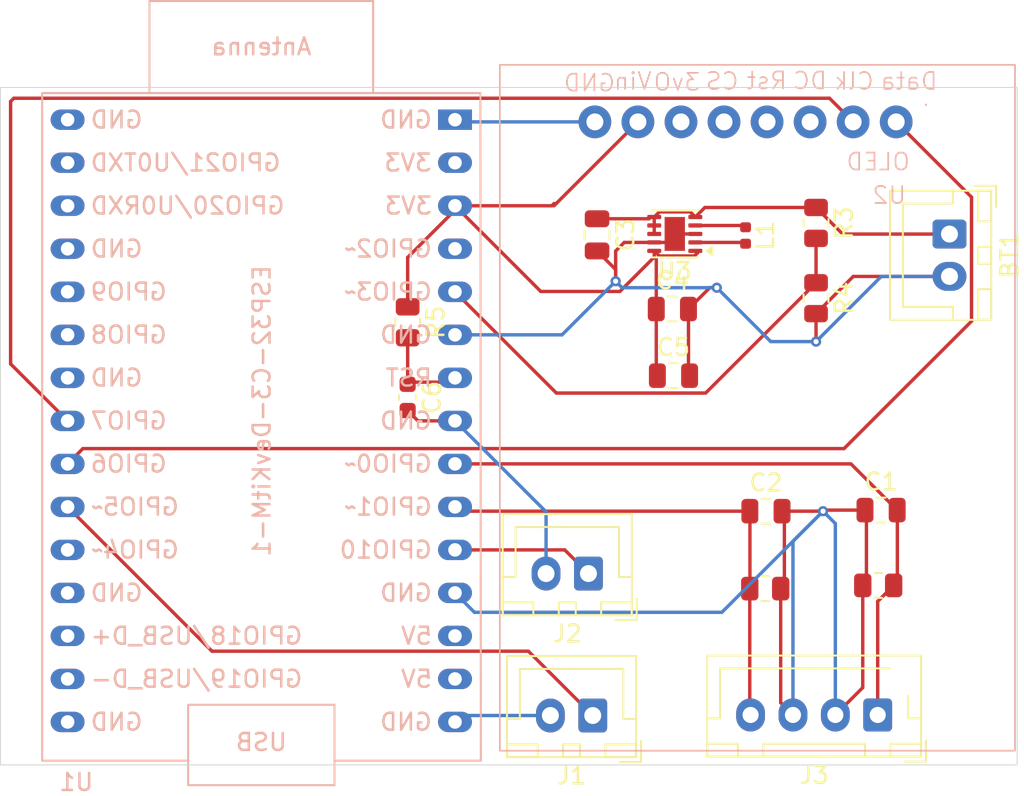
<source format=kicad_pcb>
(kicad_pcb (version 20241229) (generator "pcbnew") (generator_version "9.0")
  (layers (0 "F.Cu" signal) (2 "B.Cu" signal) (13 "F.Paste" user) (15 "B.Paste" user) (5 "F.SilkS" user "F.Silkscreen") (7 "B.SilkS" user "B.Silkscreen") (1 "F.Mask" user) (3 "B.Mask" user) (25 "Edge.Cuts" user))
  (net 0 "")
  (net 1 "Net-(U1-RST)")
  (net 2 "ADC_2")
  (net 4 "ADC_1")
  (net 5 "5V")
  (net 7 "+3.3V")
  (net 8 "ADC_BAT")
  (net 11 "BTN-S")
  (net 13 "BTN-M")
  (net 18 "5V_1")
  (net 19 "SCL")
  (net 21 "SDA")
  (net 24 "Net-(U3-L1)")
  (net 25 "Net-(U3-L2)")
  (net 26 "GND")
  (net 27 "+BATT")
  (footprint "Capacitor_SMD:C_0805_2012Metric" (layer "F.Cu") (at 122.5525 95.5675)
    (property "Reference" "C1" (at 0 -1.68 0) (layer "F.SilkS"))
    (property "Value" "1uF")
    (fp_line (start -0.261252 -0.735) (end 0.261252 -0.735) (stroke (width 0.12)) (layer "F.SilkS"))
    (fp_line (start -0.261252 0.735) (end 0.261252 0.735) (stroke (width 0.12)) (layer "F.SilkS"))
    (pad "1" smd roundrect (at -0.95 0) (size 1 1.45) (layers "F.Cu" "F.Mask" "F.Paste") (net 26 "GND"))
    (pad "2" smd roundrect (at 0.95 0) (size 1 1.45) (layers "F.Cu" "F.Mask" "F.Paste") (net 2 "ADC_2"))
  )
  (footprint "Resistor_SMD:R_0805_2012Metric" (layer "F.Cu") (at 118.714 83.05462 -90)
    (property "Reference" "R4" (at 0 -1.65 90) (layer "F.SilkS"))
    (property "Value" "100K")
    (fp_line (start -0.227064 0.735) (end 0.227064 0.735) (stroke (width 0.12)) (layer "F.SilkS"))
    (fp_line (start -0.227064 -0.735) (end 0.227064 -0.735) (stroke (width 0.12)) (layer "F.SilkS"))
    (pad "1" smd roundrect (at -0.9125 0 270) (size 1.025 1.4) (layers "F.Cu" "F.Mask" "F.Paste") (roundrect_rratio 0.243902) (net 8 "ADC_BAT"))
    (pad "2" smd roundrect (at 0.9125 0 270) (size 1.025 1.4) (layers "F.Cu" "F.Mask" "F.Paste") (roundrect_rratio 0.243902) (net 26 "GND"))
  )
  (footprint "Resistor_SMD:R_0805_2012Metric" (layer "F.Cu") (at 118.714 78.60962 -90)
    (property "Reference" "R3" (at 0 -1.65 90) (layer "F.SilkS"))
    (property "Value" "200k")
    (fp_line (start -0.227064 0.735) (end 0.227064 0.735) (stroke (width 0.12)) (layer "F.SilkS"))
    (fp_line (start -0.227064 -0.735) (end 0.227064 -0.735) (stroke (width 0.12)) (layer "F.SilkS"))
    (pad "1" smd roundrect (at -0.9125 0 270) (size 1.025 1.4) (layers "F.Cu" "F.Mask" "F.Paste") (roundrect_rratio 0.243902) (net 27 "+BATT"))
    (pad "2" smd roundrect (at 0.9125 0 270) (size 1.025 1.4) (layers "F.Cu" "F.Mask" "F.Paste") (roundrect_rratio 0.243902) (net 8 "ADC_BAT"))
  )
  (footprint "Capacitor_SMD:C_0805_2012Metric" (layer "F.Cu") (at 105.791 79.314 -90)
    (property "Reference" "C3" (at 0 -1.68 90) (layer "F.SilkS"))
    (property "Value" "4.7uF")
    (fp_line (start -0.261252 0.735) (end 0.261252 0.735) (stroke (width 0.12)) (layer "F.SilkS"))
    (fp_line (start -0.261252 -0.735) (end 0.261252 -0.735) (stroke (width 0.12)) (layer "F.SilkS"))
    (pad "1" smd roundrect (at -0.95 0 270) (size 1 1.45) (layers "F.Cu" "F.Mask" "F.Paste") (net 27 "+BATT"))
    (pad "2" smd roundrect (at 0.95 0 270) (size 1 1.45) (layers "F.Cu" "F.Mask" "F.Paste") (net 26 "GND"))
  )
  (footprint "Connector_JST:JST_XH_B2B-XH-A_1x02_P2.50mm_Vertical" (layer "F.Cu") (at 105.537 107.696 180)
    (property "Reference" "J1" (at 1.25 -3.55 0) (layer "F.SilkS"))
    (property "Value" "Conn_01x02_Socket")
    (fp_line (start 5.06 3.51) (end 5.06 -2.46) (stroke (width 0.12)) (layer "F.SilkS"))
    (fp_line (start 5.06 -2.46) (end -2.56 -2.46) (stroke (width 0.12)) (layer "F.SilkS"))
    (fp_line (start 5.05 -0.2) (end 4.3 -0.2) (stroke (width 0.12)) (layer "F.SilkS"))
    (fp_line (start 5.05 -1.7) (end 5.05 -2.45) (stroke (width 0.12)) (layer "F.SilkS"))
    (fp_line (start 5.05 -2.45) (end 3.25 -2.45) (stroke (width 0.12)) (layer "F.SilkS"))
    (fp_line (start 4.3 2.75) (end 1.25 2.75) (stroke (width 0.12)) (layer "F.SilkS"))
    (fp_line (start 4.3 -0.2) (end 4.3 2.75) (stroke (width 0.12)) (layer "F.SilkS"))
    (fp_line (start 3.25 -1.7) (end 5.05 -1.7) (stroke (width 0.12)) (layer "F.SilkS"))
    (fp_line (start 3.25 -2.45) (end 3.25 -1.7) (stroke (width 0.12)) (layer "F.SilkS"))
    (fp_line (start 1.75 -1.7) (end 1.75 -2.45) (stroke (width 0.12)) (layer "F.SilkS"))
    (fp_line (start 1.75 -2.45) (end 0.75 -2.45) (stroke (width 0.12)) (layer "F.SilkS"))
    (fp_line (start 0.75 -1.7) (end 1.75 -1.7) (stroke (width 0.12)) (layer "F.SilkS"))
    (fp_line (start 0.75 -2.45) (end 0.75 -1.7) (stroke (width 0.12)) (layer "F.SilkS"))
    (fp_line (start -0.75 -1.7) (end -0.75 -2.45) (stroke (width 0.12)) (layer "F.SilkS"))
    (fp_line (start -0.75 -2.45) (end -2.55 -2.45) (stroke (width 0.12)) (layer "F.SilkS"))
    (fp_line (start -1.6 -2.75) (end -2.85 -2.75) (stroke (width 0.12)) (layer "F.SilkS"))
    (fp_line (start -1.8 2.75) (end 1.25 2.75) (stroke (width 0.12)) (layer "F.SilkS"))
    (fp_line (start -1.8 -0.2) (end -1.8 2.75) (stroke (width 0.12)) (layer "F.SilkS"))
    (fp_line (start -2.55 -0.2) (end -1.8 -0.2) (stroke (width 0.12)) (layer "F.SilkS"))
    (fp_line (start -2.55 -1.7) (end -0.75 -1.7) (stroke (width 0.12)) (layer "F.SilkS"))
    (fp_line (start -2.55 -2.45) (end -2.55 -1.7) (stroke (width 0.12)) (layer "F.SilkS"))
    (fp_line (start -2.56 3.51) (end 5.06 3.51) (stroke (width 0.12)) (layer "F.SilkS"))
    (fp_line (start -2.56 -2.46) (end -2.56 3.51) (stroke (width 0.12)) (layer "F.SilkS"))
    (fp_line (start -2.85 -2.75) (end -2.85 -1.5) (stroke (width 0.12)) (layer "F.SilkS"))
    (pad "1" thru_hole roundrect (at 0 0 180) (size 1.7 2) (drill 1) (layers "*.Cu" "*.Mask") (roundrect_rratio 0.147059) (net 13 "BTN-M"))
    (pad "2" thru_hole oval (at 2.5 0 180) (size 1.7 2) (drill 1) (layers "*.Cu" "*.Mask") (net 26 "GND"))
  )
  (footprint "Connector_JST:JST_XH_B4B-XH-AM_1x04_P2.50mm_Vertical" (layer "F.Cu") (at 122.352 107.664 180)
    (property "Reference" "J3" (at 3.75 -3.55 0) (layer "F.SilkS"))
    (property "Value" "Conn_01x04_Socket")
    (fp_line (start 10.06 3.51) (end 10.06 -2.46) (stroke (width 0.12)) (layer "F.SilkS"))
    (fp_line (start 10.06 -2.46) (end -2.56 -2.46) (stroke (width 0.12)) (layer "F.SilkS"))
    (fp_line (start 10.05 -0.2) (end 9.3 -0.2) (stroke (width 0.12)) (layer "F.SilkS"))
    (fp_line (start 10.05 -1.7) (end 10.05 -2.45) (stroke (width 0.12)) (layer "F.SilkS"))
    (fp_line (start 10.05 -2.45) (end 8.25 -2.45) (stroke (width 0.12)) (layer "F.SilkS"))
    (fp_line (start 9.3 2.75) (end 3.75 2.75) (stroke (width 0.12)) (layer "F.SilkS"))
    (fp_line (start 9.3 -0.2) (end 9.3 2.75) (stroke (width 0.12)) (layer "F.SilkS"))
    (fp_line (start 8.25 -1.7) (end 10.05 -1.7) (stroke (width 0.12)) (layer "F.SilkS"))
    (fp_line (start 8.25 -2.45) (end 8.25 -1.7) (stroke (width 0.12)) (layer "F.SilkS"))
    (fp_line (start 6.75 -1.7) (end 6.75 -2.45) (stroke (width 0.12)) (layer "F.SilkS"))
    (fp_line (start 6.75 -2.45) (end 0.75 -2.45) (stroke (width 0.12)) (layer "F.SilkS"))
    (fp_line (start 3.75 2.75) (end -0.74 2.75) (stroke (width 0.12)) (layer "F.SilkS"))
    (fp_line (start 0.75 -1.7) (end 6.75 -1.7) (stroke (width 0.12)) (layer "F.SilkS"))
    (fp_line (start 0.75 -2.45) (end 0.75 -1.7) (stroke (width 0.12)) (layer "F.SilkS"))
    (fp_line (start -0.75 -1.7) (end -0.75 -2.45) (stroke (width 0.12)) (layer "F.SilkS"))
    (fp_line (start -0.75 -2.45) (end -2.55 -2.45) (stroke (width 0.12)) (layer "F.SilkS"))
    (fp_line (start -1.6 -2.75) (end -2.85 -2.75) (stroke (width 0.12)) (layer "F.SilkS"))
    (fp_line (start -1.8 -0.2) (end -1.8 1.14) (stroke (width 0.12)) (layer "F.SilkS"))
    (fp_line (start -2.55 -0.2) (end -1.8 -0.2) (stroke (width 0.12)) (layer "F.SilkS"))
    (fp_line (start -2.55 -1.7) (end -0.75 -1.7) (stroke (width 0.12)) (layer "F.SilkS"))
    (fp_line (start -2.55 -2.45) (end -2.55 -1.7) (stroke (width 0.12)) (layer "F.SilkS"))
    (fp_line (start -2.56 3.51) (end 10.06 3.51) (stroke (width 0.12)) (layer "F.SilkS"))
    (fp_line (start -2.56 -2.46) (end -2.56 3.51) (stroke (width 0.12)) (layer "F.SilkS"))
    (fp_line (start -2.85 -2.75) (end -2.85 -1.5) (stroke (width 0.12)) (layer "F.SilkS"))
    (pad "" np_thru_hole circle (at -1.6 2 180) (size 1.2 1.2) (drill 1.2) (layers "*.Cu" "*.Mask"))
    (pad "1" thru_hole roundrect (at 0 0 180) (size 1.7 1.95) (drill 0.95) (layers "*.Cu" "*.Mask") (roundrect_rratio 0.147059) (net 2 "ADC_2"))
    (pad "2" thru_hole oval (at 2.5 0 180) (size 1.7 1.95) (drill 0.95) (layers "*.Cu" "*.Mask") (net 26 "GND"))
    (pad "3" thru_hole oval (at 5 0 180) (size 1.7 1.95) (drill 0.95) (layers "*.Cu" "*.Mask") (net 26 "GND"))
    (pad "4" thru_hole oval (at 7.5 0 180) (size 1.7 1.95) (drill 0.95) (layers "*.Cu" "*.Mask") (net 4 "ADC_1"))
  )
  (footprint "Capacitor_SMD:C_0805_2012Metric" (layer "F.Cu") (at 110.236 83.693)
    (property "Reference" "C4" (at 0 -1.68 0) (layer "F.SilkS"))
    (property "Value" "10uF")
    (fp_line (start -0.261252 -0.735) (end 0.261252 -0.735) (stroke (width 0.12)) (layer "F.SilkS"))
    (fp_line (start -0.261252 0.735) (end 0.261252 0.735) (stroke (width 0.12)) (layer "F.SilkS"))
    (pad "1" smd roundrect (at -0.95 0) (size 1 1.45) (layers "F.Cu" "F.Mask" "F.Paste") (net 7 "+3.3V"))
    (pad "2" smd roundrect (at 0.95 0) (size 1 1.45) (layers "F.Cu" "F.Mask" "F.Paste") (net 26 "GND"))
  )
  (footprint "Capacitor_SMD:C_0805_2012Metric" (layer "F.Cu") (at 115.758 95.631)
    (property "Reference" "C2" (at 0 -1.68 0) (layer "F.SilkS"))
    (property "Value" "1uF")
    (fp_line (start -0.261252 -0.735) (end 0.261252 -0.735) (stroke (width 0.12)) (layer "F.SilkS"))
    (fp_line (start -0.261252 0.735) (end 0.261252 0.735) (stroke (width 0.12)) (layer "F.SilkS"))
    (pad "1" smd roundrect (at -0.95 0) (size 1 1.45) (layers "F.Cu" "F.Mask" "F.Paste") (net 4 "ADC_1"))
    (pad "2" smd roundrect (at 0.95 0) (size 1 1.45) (layers "F.Cu" "F.Mask" "F.Paste") (net 26 "GND"))
  )
  (footprint "Resistor_SMD:R_0805_2012Metric" (layer "F.Cu") (at 122.383 100.0125)
    (property "Reference" "R1" (hide yes))
    (property "Value" "10K")
    (fp_line (start -0.227064 -0.735) (end 0.227064 -0.735) (stroke (width 0.12)) (layer "F.SilkS"))
    (fp_line (start -0.227064 0.735) (end 0.227064 0.735) (stroke (width 0.12)) (layer "F.SilkS"))
    (pad "1" smd roundrect (at -0.9125 0) (size 1.025 1.4) (layers "F.Cu" "F.Mask" "F.Paste") (roundrect_rratio 0.243902) (net 26 "GND"))
    (pad "2" smd roundrect (at 0.9125 0) (size 1.025 1.4) (layers "F.Cu" "F.Mask" "F.Paste") (roundrect_rratio 0.243902) (net 2 "ADC_2"))
  )
  (footprint "Connector_JST:JST_XH_B2B-XH-A_1x02_P2.50mm_Vertical" (layer "F.Cu") (at 105.283 99.314 180)
    (property "Reference" "J2" (at 1.25 -3.55 0) (layer "F.SilkS"))
    (property "Value" "Conn_01x02_Socket")
    (fp_line (start 5.06 3.51) (end 5.06 -2.46) (stroke (width 0.12)) (layer "F.SilkS"))
    (fp_line (start 5.06 -2.46) (end -2.56 -2.46) (stroke (width 0.12)) (layer "F.SilkS"))
    (fp_line (start 5.05 -0.2) (end 4.3 -0.2) (stroke (width 0.12)) (layer "F.SilkS"))
    (fp_line (start 5.05 -1.7) (end 5.05 -2.45) (stroke (width 0.12)) (layer "F.SilkS"))
    (fp_line (start 5.05 -2.45) (end 3.25 -2.45) (stroke (width 0.12)) (layer "F.SilkS"))
    (fp_line (start 4.3 2.75) (end 1.25 2.75) (stroke (width 0.12)) (layer "F.SilkS"))
    (fp_line (start 4.3 -0.2) (end 4.3 2.75) (stroke (width 0.12)) (layer "F.SilkS"))
    (fp_line (start 3.25 -1.7) (end 5.05 -1.7) (stroke (width 0.12)) (layer "F.SilkS"))
    (fp_line (start 3.25 -2.45) (end 3.25 -1.7) (stroke (width 0.12)) (layer "F.SilkS"))
    (fp_line (start 1.75 -1.7) (end 1.75 -2.45) (stroke (width 0.12)) (layer "F.SilkS"))
    (fp_line (start 1.75 -2.45) (end 0.75 -2.45) (stroke (width 0.12)) (layer "F.SilkS"))
    (fp_line (start 0.75 -1.7) (end 1.75 -1.7) (stroke (width 0.12)) (layer "F.SilkS"))
    (fp_line (start 0.75 -2.45) (end 0.75 -1.7) (stroke (width 0.12)) (layer "F.SilkS"))
    (fp_line (start -0.75 -1.7) (end -0.75 -2.45) (stroke (width 0.12)) (layer "F.SilkS"))
    (fp_line (start -0.75 -2.45) (end -2.55 -2.45) (stroke (width 0.12)) (layer "F.SilkS"))
    (fp_line (start -1.6 -2.75) (end -2.85 -2.75) (stroke (width 0.12)) (layer "F.SilkS"))
    (fp_line (start -1.8 2.75) (end 1.25 2.75) (stroke (width 0.12)) (layer "F.SilkS"))
    (fp_line (start -1.8 -0.2) (end -1.8 2.75) (stroke (width 0.12)) (layer "F.SilkS"))
    (fp_line (start -2.55 -0.2) (end -1.8 -0.2) (stroke (width 0.12)) (layer "F.SilkS"))
    (fp_line (start -2.55 -1.7) (end -0.75 -1.7) (stroke (width 0.12)) (layer "F.SilkS"))
    (fp_line (start -2.55 -2.45) (end -2.55 -1.7) (stroke (width 0.12)) (layer "F.SilkS"))
    (fp_line (start -2.56 3.51) (end 5.06 3.51) (stroke (width 0.12)) (layer "F.SilkS"))
    (fp_line (start -2.56 -2.46) (end -2.56 3.51) (stroke (width 0.12)) (layer "F.SilkS"))
    (fp_line (start -2.85 -2.75) (end -2.85 -1.5) (stroke (width 0.12)) (layer "F.SilkS"))
    (pad "1" thru_hole roundrect (at 0 0 180) (size 1.7 2) (drill 1) (layers "*.Cu" "*.Mask") (roundrect_rratio 0.147059) (net 11 "BTN-S"))
    (pad "2" thru_hole oval (at 2.5 0 180) (size 1.7 2) (drill 1) (layers "*.Cu" "*.Mask") (net 26 "GND"))
  )
  (footprint "Resistor_SMD:R_0805_2012Metric" (layer "F.Cu") (at 94.615 84.4785 -90)
    (property "Reference" "R5" (at 0 -1.65 270) (layer "F.SilkS"))
    (property "Value" "10k")
    (fp_line (start -0.227064 0.735) (end 0.227064 0.735) (stroke (width 0.12)) (layer "F.SilkS"))
    (fp_line (start -0.227064 -0.735) (end 0.227064 -0.735) (stroke (width 0.12)) (layer "F.SilkS"))
    (pad "1" smd roundrect (at -0.9125 0 270) (size 1.025 1.4) (layers "F.Cu" "F.Mask" "F.Paste") (roundrect_rratio 0.243902) (net 7 "+3.3V"))
    (pad "2" smd roundrect (at 0.9125 0 270) (size 1.025 1.4) (layers "F.Cu" "F.Mask" "F.Paste") (roundrect_rratio 0.243902) (net 1 "Net-(U1-RST)"))
  )
  (footprint "Inductor_SMD:L_0402_1005Metric" (layer "F.Cu") (at 114.554 79.352 -90)
    (property "Reference" "L1" (at 0 -1.17 90) (layer "F.SilkS"))
    (property "Value" "1.5uH")
    (pad "1" smd roundrect (at -0.485 0 270) (size 0.59 0.64) (layers "F.Cu" "F.Mask" "F.Paste") (net 24 "Net-(U3-L1)"))
    (pad "2" smd roundrect (at 0.485 0 270) (size 0.59 0.64) (layers "F.Cu" "F.Mask" "F.Paste") (net 25 "Net-(U3-L2)"))
  )
  (footprint "Package_SON:WSON-10-1EP_2.5x2.5mm_P0.5mm_EP1.2x2mm" (layer "F.Cu") (at 110.378 79.26012 180)
    (property "Reference" "U3" (at 0 -2.2 0) (layer "F.SilkS"))
    (property "Value" "TPS63031DSK")
    (fp_line (start 1.36 1.385) (end -1.36 1.385) (stroke (width 0.12)) (layer "F.SilkS"))
    (fp_line (start -1.36 -1.385) (end 1.36 -1.385) (stroke (width 0.12)) (layer "F.SilkS"))
    (fp_poly (pts (xy -1.89 -1) (xy -2.22 -0.76) (xy -2.22 -1.24)) (stroke (width 0.12)) (fill yes) (layer "F.SilkS"))
    (pad "1" smd roundrect (at -1.2125 -1 180) (size 0.825 0.25) (layers "F.Cu" "F.Mask" "F.Paste") (net 7 "+3.3V"))
    (pad "2" smd roundrect (at -1.2125 -0.5 180) (size 0.825 0.25) (layers "F.Cu" "F.Mask" "F.Paste") (net 25 "Net-(U3-L2)"))
    (pad "3" smd roundrect (at -1.2125 0 180) (size 0.825 0.25) (layers "F.Cu" "F.Mask" "F.Paste") (net 26 "GND"))
    (pad "4" smd roundrect (at -1.2125 0.5 180) (size 0.825 0.25) (layers "F.Cu" "F.Mask" "F.Paste") (net 24 "Net-(U3-L1)"))
    (pad "5" smd roundrect (at -1.2125 1 180) (size 0.825 0.25) (layers "F.Cu" "F.Mask" "F.Paste") (net 27 "+BATT"))
    (pad "6" smd roundrect (at 1.2125 1 180) (size 0.825 0.25) (layers "F.Cu" "F.Mask" "F.Paste") (net 27 "+BATT"))
    (pad "7" smd roundrect (at 1.2125 0.5 180) (size 0.825 0.25) (layers "F.Cu" "F.Mask" "F.Paste") (net 27 "+BATT"))
    (pad "8" smd roundrect (at 1.2125 0 180) (size 0.825 0.25) (layers "F.Cu" "F.Mask" "F.Paste") (net 27 "+BATT"))
    (pad "9" smd roundrect (at 1.2125 -0.5 180) (size 0.825 0.25) (layers "F.Cu" "F.Mask" "F.Paste") (net 26 "GND"))
    (pad "10" smd roundrect (at 1.2125 -1 180) (size 0.825 0.25) (layers "F.Cu" "F.Mask" "F.Paste") (net 7 "+3.3V"))
    (pad "11" smd rect (at 0 0 180) (size 1.2 2) (property pad_prop_heatsink) (layers "F.Cu" "F.Mask") (net 26 "GND"))
  )
  (footprint "Connector_JST:JST_XH_B2B-XH-A_1x02_P2.50mm_Vertical" (layer "F.Cu") (at 126.588 79.26812 -90)
    (property "Reference" "BT1" (at 1.25 -3.55 90) (layer "F.SilkS"))
    (property "Value" "Battery")
    (fp_line (start -2.56 3.51) (end 5.06 3.51) (stroke (width 0.12)) (layer "F.SilkS"))
    (fp_line (start 5.06 3.51) (end 5.06 -2.46) (stroke (width 0.12)) (layer "F.SilkS"))
    (fp_line (start -1.8 2.75) (end 1.25 2.75) (stroke (width 0.12)) (layer "F.SilkS"))
    (fp_line (start 4.3 2.75) (end 1.25 2.75) (stroke (width 0.12)) (layer "F.SilkS"))
    (fp_line (start -2.55 -0.2) (end -1.8 -0.2) (stroke (width 0.12)) (layer "F.SilkS"))
    (fp_line (start -1.8 -0.2) (end -1.8 2.75) (stroke (width 0.12)) (layer "F.SilkS"))
    (fp_line (start 4.3 -0.2) (end 4.3 2.75) (stroke (width 0.12)) (layer "F.SilkS"))
    (fp_line (start 5.05 -0.2) (end 4.3 -0.2) (stroke (width 0.12)) (layer "F.SilkS"))
    (fp_line (start -2.55 -1.7) (end -0.75 -1.7) (stroke (width 0.12)) (layer "F.SilkS"))
    (fp_line (start -0.75 -1.7) (end -0.75 -2.45) (stroke (width 0.12)) (layer "F.SilkS"))
    (fp_line (start 0.75 -1.7) (end 1.75 -1.7) (stroke (width 0.12)) (layer "F.SilkS"))
    (fp_line (start 1.75 -1.7) (end 1.75 -2.45) (stroke (width 0.12)) (layer "F.SilkS"))
    (fp_line (start 3.25 -1.7) (end 5.05 -1.7) (stroke (width 0.12)) (layer "F.SilkS"))
    (fp_line (start 5.05 -1.7) (end 5.05 -2.45) (stroke (width 0.12)) (layer "F.SilkS"))
    (fp_line (start -2.55 -2.45) (end -2.55 -1.7) (stroke (width 0.12)) (layer "F.SilkS"))
    (fp_line (start -0.75 -2.45) (end -2.55 -2.45) (stroke (width 0.12)) (layer "F.SilkS"))
    (fp_line (start 0.75 -2.45) (end 0.75 -1.7) (stroke (width 0.12)) (layer "F.SilkS"))
    (fp_line (start 1.75 -2.45) (end 0.75 -2.45) (stroke (width 0.12)) (layer "F.SilkS"))
    (fp_line (start 3.25 -2.45) (end 3.25 -1.7) (stroke (width 0.12)) (layer "F.SilkS"))
    (fp_line (start 5.05 -2.45) (end 3.25 -2.45) (stroke (width 0.12)) (layer "F.SilkS"))
    (fp_line (start -2.56 -2.46) (end -2.56 3.51) (stroke (width 0.12)) (layer "F.SilkS"))
    (fp_line (start 5.06 -2.46) (end -2.56 -2.46) (stroke (width 0.12)) (layer "F.SilkS"))
    (fp_line (start -2.85 -2.75) (end -2.85 -1.5) (stroke (width 0.12)) (layer "F.SilkS"))
    (fp_line (start -1.6 -2.75) (end -2.85 -2.75) (stroke (width 0.12)) (layer "F.SilkS"))
    (pad "1" thru_hole roundrect (at 0 0 270) (size 1.7 2) (drill 1) (layers "*.Cu" "*.Mask") (roundrect_rratio 0.147059) (net 27 "+BATT"))
    (pad "2" thru_hole oval (at 2.5 0 270) (size 1.7 2) (drill 1) (layers "*.Cu" "*.Mask") (net 26 "GND"))
  )
  (footprint "Resistor_SMD:R_0805_2012Metric" (layer "F.Cu") (at 115.7155 100.203)
    (property "Reference" "R2" (hide yes))
    (property "Value" "10K")
    (fp_line (start -0.227064 -0.735) (end 0.227064 -0.735) (stroke (width 0.12)) (layer "F.SilkS"))
    (fp_line (start -0.227064 0.735) (end 0.227064 0.735) (stroke (width 0.12)) (layer "F.SilkS"))
    (pad "1" smd roundrect (at -0.9125 0) (size 1.025 1.4) (layers "F.Cu" "F.Mask" "F.Paste") (roundrect_rratio 0.243902) (net 4 "ADC_1"))
    (pad "2" smd roundrect (at 0.9125 0) (size 1.025 1.4) (layers "F.Cu" "F.Mask" "F.Paste") (roundrect_rratio 0.243902) (net 26 "GND"))
  )
  (footprint "Capacitor_SMD:C_0603_1608Metric" (layer "F.Cu") (at 94.615 88.913 -90)
    (property "Reference" "C6" (at 0 -1.43 90) (layer "F.SilkS"))
    (property "Value" "10uF")
    (fp_line (start -0.14058 0.51) (end 0.14058 0.51) (stroke (width 0.12)) (layer "F.SilkS"))
    (fp_line (start -0.14058 -0.51) (end 0.14058 -0.51) (stroke (width 0.12)) (layer "F.SilkS"))
    (pad "1" smd roundrect (at -0.775 0 270) (size 0.9 0.95) (layers "F.Cu" "F.Mask" "F.Paste") (net 1 "Net-(U1-RST)"))
    (pad "2" smd roundrect (at 0.775 0 270) (size 0.9 0.95) (layers "F.Cu" "F.Mask" "F.Paste") (net 26 "GND"))
  )
  (footprint "Capacitor_SMD:C_0805_2012Metric" (layer "F.Cu") (at 110.302 87.63)
    (property "Reference" "C5" (at 0 -1.68 0) (layer "F.SilkS"))
    (property "Value" "10uF")
    (fp_line (start -0.261252 -0.735) (end 0.261252 -0.735) (stroke (width 0.12)) (layer "F.SilkS"))
    (fp_line (start -0.261252 0.735) (end 0.261252 0.735) (stroke (width 0.12)) (layer "F.SilkS"))
    (pad "1" smd roundrect (at -0.95 0) (size 1 1.45) (layers "F.Cu" "F.Mask" "F.Paste") (net 7 "+3.3V"))
    (pad "2" smd roundrect (at 0.95 0) (size 1 1.45) (layers "F.Cu" "F.Mask" "F.Paste") (net 26 "GND"))
  )
  (footprint "1_Ivans_Library:128x128_OLED" (layer "B.Cu") (at 123.444 72.644 180)
    (property "Reference" "U2" (at 0.41 -4.33 0) (layer "B.SilkS") (effects (font (thickness 0.1)) (justify mirror)))
    (property "Value" "~")
    (fp_rect (start -1.7654 1.0254) (end -1.74 1) (stroke (width 0.1)) (fill no) (layer "B.SilkS"))
    (fp_rect (start -7.01 3.37) (end 23.39 -37.13) (stroke (width 0.1)) (fill no) (layer "B.SilkS"))
    (fp_text user "Clk" (at 1.25 1.82 0) (layer "B.SilkS") (effects (font (thickness 0.1)) (justify left bottom mirror)))
    (fp_text user "Vin" (at 14.36 1.82 0) (layer "B.SilkS") (effects (font (thickness 0.1)) (justify left bottom mirror)))
    (fp_text user "CS" (at 9.23 1.82 0) (layer "B.SilkS") (effects (font (thickness 0.1)) (justify left bottom mirror)))
    (fp_text user "3vO" (at 11.49 1.77 0) (layer "B.SilkS") (effects (font (thickness 0.1)) (justify left bottom mirror)))
    (fp_text user "Rst" (at 6.38 1.85 0) (layer "B.SilkS") (effects (font (thickness 0.1)) (justify left bottom mirror)))
    (fp_text user "DC" (at 4.02 1.85 0) (layer "B.SilkS") (effects (font (thickness 0.1)) (justify left bottom mirror)))
    (fp_text user "Data" (at -2.51 1.82 0) (layer "B.SilkS") (effects (font (thickness 0.1)) (justify left bottom mirror)))
    (fp_text user "OLED" (at -0.88 -2.94 0) (layer "B.SilkS") (effects (font (thickness 0.1)) (justify left bottom mirror)))
    (fp_text user "GND" (at 16.51 1.72 0) (layer "B.SilkS") (effects (font (thickness 0.1)) (justify left bottom mirror)))
    (pad "1" thru_hole circle (at 0 0 90) (size 1.9304 1.9304) (drill 1) (layers "*.Cu" "*.Mask") (net 21 "SDA"))
    (pad "2" thru_hole circle (at 2.54 0 90) (size 1.9304 1.9304) (drill 1) (layers "*.Cu" "*.Mask") (net 19 "SCL"))
    (pad "3" thru_hole circle (at 5.08 0 90) (size 1.9304 1.9304) (drill 1) (layers "*.Cu" "*.Mask"))
    (pad "4" thru_hole circle (at 7.62 0 90) (size 1.9304 1.9304) (drill 1) (layers "*.Cu" "*.Mask"))
    (pad "5" thru_hole circle (at 10.16 0 90) (size 1.9304 1.9304) (drill 1) (layers "*.Cu" "*.Mask"))
    (pad "6" thru_hole circle (at 12.7 0 90) (size 1.9304 1.9304) (drill 1) (layers "*.Cu" "*.Mask"))
    (pad "7" thru_hole circle (at 15.24 0 90) (size 1.9304 1.9304) (drill 1) (layers "*.Cu" "*.Mask") (net 7 "+3.3V"))
    (pad "8" thru_hole circle (at 17.78 0 90) (size 1.9304 1.9304) (drill 1) (layers "*.Cu" "*.Mask") (net 26 "GND"))
  )
  (footprint "PCM_Espressif:ESP32-C3-DevKitM-1" (layer "B.Cu") (at 97.409 72.517 180)
    (property "Reference" "U1" (at 22.352 -39.116 0) (layer "B.SilkS") (effects (justify mirror)))
    (property "Value" "ESP32-C3-DevKitM-1" (at 11.4 -17.2 90) (layer "B.SilkS") (effects (justify mirror)))
    (fp_line (start 24.36 1.575) (end -1.5 1.575) (stroke (width 0.12)) (layer "B.SilkS"))
    (fp_line (start 24.359999 -37.846) (end 24.36 1.575) (stroke (width 0.12)) (layer "B.SilkS"))
    (fp_line (start 24.359999 -37.846) (end 15.748 -37.846) (stroke (width 0.12)) (layer "B.SilkS"))
    (fp_line (start 18.03 7.0104) (end 18.03 1.6104) (stroke (width 0.12)) (layer "B.SilkS"))
    (fp_line (start 4.83 7.0104) (end 18.03 7.0104) (stroke (width 0.12)) (layer "B.SilkS"))
    (fp_line (start 4.83 1.6104) (end 4.83 7.0104) (stroke (width 0.12)) (layer "B.SilkS"))
    (fp_line (start -1.5 1.575) (end -1.524 -37.846) (stroke (width 0.12)) (layer "B.SilkS"))
    (fp_line (start -1.524 -37.846) (end 7.112 -37.846) (stroke (width 0.12)) (layer "B.SilkS"))
    (fp_rect (start 7.112 -34.544) (end 15.748 -39.2938) (stroke (width 0.12)) (fill no) (layer "B.SilkS"))
    (fp_text user "GND" (at 1.27 -12.7 0) (layer "B.SilkS") (effects (justify left mirror)))
    (fp_text user "GND" (at 1.27 -35.56 0) (layer "B.SilkS") (effects (justify left mirror)))
    (fp_text user "GPIO4~" (at 21.59 -25.4 0) (layer "B.SilkS") (effects (justify right mirror)))
    (fp_text user "GND" (at 1.27 -17.78 0) (layer "B.SilkS") (effects (justify left mirror)))
    (fp_text user "GPIO6" (at 21.59 -20.32 0) (layer "B.SilkS") (effects (justify right mirror)))
    (fp_text user "GND" (at 21.59 -7.62 0) (layer "B.SilkS") (effects (justify right mirror)))
    (fp_text user "GPIO20/U0RXD" (at 21.59 -5.08 0) (layer "B.SilkS") (effects (justify right mirror)))
    (fp_text user "GPIO0~" (at 1.27 -20.32 0) (layer "B.SilkS") (effects (justify left mirror)))
    (fp_text user "GND" (at 21.59 -15.24 0) (layer "B.SilkS") (effects (justify right mirror)))
    (fp_text user "GPIO10" (at 1.27 -25.4 0) (layer "B.SilkS") (effects (justify left mirror)))
    (fp_text user "GPIO2~" (at 1.27 -7.62 0) (layer "B.SilkS") (effects (justify left mirror)))
    (fp_text user "Antenna" (at 11.43 4.318 0) (layer "B.SilkS") (effects (justify mirror)))
    (fp_text user "GPIO8" (at 21.59 -12.7 0) (layer "B.SilkS") (effects (justify right mirror)))
    (fp_text user "GPIO1~" (at 1.27 -22.86 0) (layer "B.SilkS") (effects (justify left mirror)))
    (fp_text user "3V3" (at 1.27 -5.08 0) (layer "B.SilkS") (effects (justify left mirror)))
    (fp_text user "GPIO5~" (at 21.59 -22.86 0) (layer "B.SilkS") (effects (justify right mirror)))
    (fp_text user "5V" (at 1.27 -30.48 0) (layer "B.SilkS") (effects (justify left mirror)))
    (fp_text user "USB" (at 11.43 -37.338 0) (layer "B.SilkS") (effects (justify bottom mirror)))
    (fp_text user "GPIO9" (at 21.59 -10.16 0) (layer "B.SilkS") (effects (justify right mirror)))
    (fp_text user "GND" (at 1.27 -27.94 0) (layer "B.SilkS") (effects (justify left mirror)))
    (fp_text user "GND" (at 1.27 0 0) (layer "B.SilkS") (effects (justify left mirror)))
    (fp_text user "GPIO18/USB_D+" (at 21.59 -30.48 0) (layer "B.SilkS") (effects (justify right mirror)))
    (fp_text user "5V" (at 1.27 -33.02 0) (layer "B.SilkS") (effects (justify left mirror)))
    (fp_text user "GPIO3~" (at 1.27 -10.16 0) (layer "B.SilkS") (effects (justify left mirror)))
    (fp_text user "GND" (at 21.59 0 0) (layer "B.SilkS") (effects (justify right mirror)))
    (fp_text user "GND" (at 21.59 -35.56 0) (layer "B.SilkS") (effects (justify right mirror)))
    (fp_text user "GND" (at 21.59 -27.94 0) (layer "B.SilkS") (effects (justify right mirror)))
    (fp_text user "3V3" (at 1.3 -2.54 0) (layer "B.SilkS") (effects (justify left mirror)))
    (fp_text user "GPIO19/USB_D-" (at 21.59 -33.02 0) (layer "B.SilkS") (effects (justify right mirror)))
    (fp_text user "GPIO21/U0TXD" (at 21.59 -2.54 0) (layer "B.SilkS") (effects (justify right mirror)))
    (fp_text user "GPIO7" (at 21.59 -17.78 0) (layer "B.SilkS") (effects (justify right mirror)))
    (fp_text user "RST" (at 1.27 -15.24 0) (layer "B.SilkS") (effects (justify left mirror)))
    (pad "1" thru_hole rect (at 0 0 270) (size 1.2 2) (drill 0.8) (layers "*.Cu" "*.Mask") (net 26 "GND"))
    (pad "2" thru_hole oval (at 0 -2.54 270) (size 1.2 2) (drill 0.8) (layers "*.Cu" "*.Mask") (net 7 "+3.3V"))
    (pad "3" thru_hole oval (at 0 -5.08 270) (size 1.2 2) (drill 0.8) (layers "*.Cu" "*.Mask") (net 7 "+3.3V"))
    (pad "4" thru_hole oval (at 0 -7.62 270) (size 1.2 2) (drill 0.8) (layers "*.Cu" "*.Mask"))
    (pad "5" thru_hole oval (at 0 -10.16 270) (size 1.2 2) (drill 0.8) (layers "*.Cu" "*.Mask") (net 8 "ADC_BAT"))
    (pad "6" thru_hole oval (at 0 -12.7 270) (size 1.2 2) (drill 0.8) (layers "*.Cu" "*.Mask") (net 26 "GND"))
    (pad "7" thru_hole oval (at 0 -15.24 270) (size 1.2 2) (drill 0.8) (layers "*.Cu" "*.Mask") (net 1 "Net-(U1-RST)"))
    (pad "8" thru_hole oval (at 0 -17.78 270) (size 1.2 2) (drill 0.8) (layers "*.Cu" "*.Mask") (net 26 "GND"))
    (pad "9" thru_hole oval (at 0 -20.32 270) (size 1.2 2) (drill 0.8) (layers "*.Cu" "*.Mask") (net 2 "ADC_2"))
    (pad "10" thru_hole oval (at 0 -22.86 270) (size 1.2 2) (drill 0.8) (layers "*.Cu" "*.Mask") (net 4 "ADC_1"))
    (pad "11" thru_hole oval (at 0 -25.4 270) (size 1.2 2) (drill 0.8) (layers "*.Cu" "*.Mask") (net 11 "BTN-S"))
    (pad "12" thru_hole oval (at 0 -27.94 270) (size 1.2 2) (drill 0.8) (layers "*.Cu" "*.Mask") (net 26 "GND"))
    (pad "13" thru_hole oval (at 0 -30.48 270) (size 1.2 2) (drill 0.8) (layers "*.Cu" "*.Mask") (net 5 "5V"))
    (pad "14" thru_hole oval (at 0 -33.02 270) (size 1.2 2) (drill 0.8) (layers "*.Cu" "*.Mask") (net 18 "5V_1"))
    (pad "15" thru_hole oval (at 0 -35.56 270) (size 1.2 2) (drill 0.8) (layers "*.Cu" "*.Mask") (net 26 "GND"))
    (pad "16" thru_hole oval (at 22.86 -35.56 270) (size 1.2 2) (drill 0.8) (layers "*.Cu" "*.Mask") (net 26 "GND"))
    (pad "17" thru_hole oval (at 22.86 -33.02 270) (size 1.2 2) (drill 0.8) (layers "*.Cu" "*.Mask"))
    (pad "18" thru_hole oval (at 22.86 -30.48 270) (size 1.2 2) (drill 0.8) (layers "*.Cu" "*.Mask"))
    (pad "19" thru_hole oval (at 22.86 -27.94 270) (size 1.2 2) (drill 0.8) (layers "*.Cu" "*.Mask") (net 26 "GND"))
    (pad "20" thru_hole oval (at 22.86 -25.4 270) (size 1.2 2) (drill 0.8) (layers "*.Cu" "*.Mask"))
    (pad "21" thru_hole oval (at 22.86 -22.86 270) (size 1.2 2) (drill 0.8) (layers "*.Cu" "*.Mask") (net 13 "BTN-M"))
    (pad "22" thru_hole oval (at 22.86 -20.32 270) (size 1.2 2) (drill 0.8) (layers "*.Cu" "*.Mask") (net 21 "SDA"))
    (pad "23" thru_hole oval (at 22.86 -17.78 270) (size 1.2 2) (drill 0.8) (layers "*.Cu" "*.Mask") (net 19 "SCL"))
    (pad "24" thru_hole oval (at 22.86 -15.24 270) (size 1.2 2) (drill 0.8) (layers "*.Cu" "*.Mask") (net 26 "GND"))
    (pad "25" thru_hole oval (at 22.86 -12.7 270) (size 1.2 2) (drill 0.8) (layers "*.Cu" "*.Mask"))
    (pad "26" thru_hole oval (at 22.86 -10.16 270) (size 1.2 2) (drill 0.8) (layers "*.Cu" "*.Mask"))
    (pad "27" thru_hole oval (at 22.86 -7.62 270) (size 1.2 2) (drill 0.8) (layers "*.Cu" "*.Mask") (net 26 "GND"))
    (pad "28" thru_hole oval (at 22.86 -5.08 270) (size 1.2 2) (drill 0.8) (layers "*.Cu" "*.Mask"))
    (pad "29" thru_hole oval (at 22.86 -2.54 270) (size 1.2 2) (drill 0.8) (layers "*.Cu" "*.Mask"))
    (pad "30" thru_hole oval (at 22.86 0 270) (size 1.2 2) (drill 0.8) (layers "*.Cu" "*.Mask") (net 26 "GND"))
  )
  (gr_rect (start 70.584 70.612) (end 130.584 110.612) (stroke (width 0.05)) (fill no) (layer "Edge.Cuts"))
  (segment (start 97.155 88.011) (end 94.742 88.011) (width 0.2) (layer "F.Cu") (net 1))
  (segment (start 94.742 88.011) (end 94.615 88.138) (width 0.2) (layer "F.Cu") (net 1))
  (segment (start 94.615 85.628) (end 94.488 85.501) (width 0.2) (layer "F.Cu") (net 1))
  (segment (start 97.409 87.757) (end 97.155 88.011) (width 0.2) (layer "F.Cu") (net 1))
  (segment (start 94.615 88.138) (end 94.615 85.391) (width 0.2) (layer "F.Cu") (net 1))
  (segment (start 123.5025 95.5675) (end 120.772 92.837) (width 0.2) (layer "F.Cu") (net 2))
  (segment (start 123.6345 95.4405) (end 123.5075 95.5675) (width 0.2) (layer "F.Cu") (net 2))
  (segment (start 120.772 92.837) (end 97.409 92.837) (width 0.2) (layer "F.Cu") (net 2))
  (segment (start 123.5125 95.5725) (end 123.5075 95.5675) (width 0.2) (layer "F.Cu") (net 2))
  (segment (start 123.5125 100.1395) (end 123.5125 95.5725) (width 0.2) (layer "F.Cu") (net 2))
  (segment (start 123.5075 100.1345) (end 123.5125 100.1395) (width 0.2) (layer "F.Cu") (net 2))
  (segment (start 123.2955 100.0125) (end 122.352 100.956) (width 0.2) (layer "F.Cu") (net 2))
  (segment (start 122.352 100.956) (end 122.352 107.664) (width 0.2) (layer "F.Cu") (net 2))
  (segment (start 114.813 95.631) (end 114.813 99.869) (width 0.2) (layer "F.Cu") (net 4))
  (segment (start 114.813 99.869) (end 115.02 100.076) (width 0.2) (layer "F.Cu") (net 4))
  (segment (start 114.808 95.631) (end 97.663 95.631) (width 0.2) (layer "F.Cu") (net 4))
  (segment (start 115.055 95.389) (end 114.813 95.631) (width 0.2) (layer "F.Cu") (net 4))
  (segment (start 97.663 95.631) (end 97.409 95.377) (width 0.2) (layer "F.Cu") (net 4))
  (segment (start 114.803 107.615) (end 114.852 107.664) (width 0.2) (layer "F.Cu") (net 4))
  (segment (start 114.803 100.203) (end 114.803 107.615) (width 0.2) (layer "F.Cu") (net 4))
  (segment (start 96.901 75.565) (end 97.409 75.057) (width 0.2) (layer "F.Cu") (net 7))
  (segment (start 94.615 80.645) (end 97.409 77.851) (width 0.2) (layer "F.Cu") (net 7))
  (segment (start 103.378 77.47) (end 108.204 72.644) (width 0.2) (layer "F.Cu") (net 7))
  (segment (start 109.4665 80.56112) (end 111.539498 80.56112) (width 0.2) (layer "F.Cu") (net 7))
  (segment (start 103.378 77.47) (end 103.251 77.47) (width 0.2) (layer "F.Cu") (net 7))
  (segment (start 109.1655 80.26012) (end 109.4665 80.56112) (width 0.2) (layer "F.Cu") (net 7))
  (segment (start 103.251 77.47) (end 103.124 77.597) (width 0.2) (layer "F.Cu") (net 7))
  (segment (start 109.286 83.693) (end 109.286 87.564) (width 0.2) (layer "F.Cu") (net 7))
  (segment (start 103.251 77.597) (end 103.378 77.47) (width 0.2) (layer "F.Cu") (net 7))
  (segment (start 109.286 87.564) (end 109.352 87.63) (width 0.2) (layer "F.Cu") (net 7))
  (segment (start 94.615 83.566) (end 94.615 80.645) (width 0.2) (layer "F.Cu") (net 7))
  (segment (start 109.1655 80.627063) (end 107.137443 82.65512) (width 0.2) (layer "F.Cu") (net 7))
  (segment (start 102.46712 82.65512) (end 97.409 77.597) (width 0.2) (layer "F.Cu") (net 7))
  (segment (start 103.124 77.597) (end 97.409 77.597) (width 0.2) (layer "F.Cu") (net 7))
  (segment (start 107.137443 82.65512) (end 102.46712 82.65512) (width 0.2) (layer "F.Cu") (net 7))
  (segment (start 109.1655 80.26012) (end 109.1655 80.627063) (width 0.2) (layer "F.Cu") (net 7))
  (segment (start 111.5905 80.26012) (end 111.715499 80.385119) (width 0.2) (layer "F.Cu") (net 7))
  (segment (start 97.409 77.851) (end 97.409 77.597) (width 0.2) (layer "F.Cu") (net 7))
  (segment (start 109.286 80.747563) (end 109.286 83.693) (width 0.2) (layer "F.Cu") (net 7))
  (segment (start 109.1655 80.627063) (end 109.286 80.747563) (width 0.2) (layer "F.Cu") (net 7))
  (segment (start 111.539498 80.56112) (end 111.715499 80.385119) (width 0.2) (layer "F.Cu") (net 7))
  (segment (start 118.714 79.52212) (end 118.714 80.899) (width 0.2) (layer "F.Cu") (net 8))
  (segment (start 97.79 82.296) (end 97.409 82.677) (width 0.2) (layer "F.Cu") (net 8))
  (segment (start 118.714 82.14212) (end 112.20012 88.656) (width 0.2) (layer "F.Cu") (net 8))
  (segment (start 112.20012 88.656) (end 103.388 88.656) (width 0.2) (layer "F.Cu") (net 8))
  (segment (start 118.714 80.899) (end 118.714 82.14212) (width 0.2) (layer "F.Cu") (net 8))
  (segment (start 103.388 88.656) (end 97.409 82.677) (width 0.2) (layer "F.Cu") (net 8))
  (segment (start 105.283 99.314) (end 103.886 97.917) (width 0.2) (layer "F.Cu") (net 11))
  (segment (start 103.886 97.917) (end 97.409 97.917) (width 0.2) (layer "F.Cu") (net 11))
  (segment (start 101.739 103.898) (end 83.07 103.898) (width 0.2) (layer "F.Cu") (net 13))
  (segment (start 83.07 103.898) (end 74.549 95.377) (width 0.2) (layer "F.Cu") (net 13))
  (segment (start 105.537 107.696) (end 101.739 103.898) (width 0.2) (layer "F.Cu") (net 13))
  (segment (start 71.185 71.436) (end 71.374 71.247) (width 0.2) (layer "F.Cu") (net 19))
  (segment (start 119.507 71.247) (end 120.904 72.644) (width 0.2) (layer "F.Cu") (net 19))
  (segment (start 74.549 90.297) (end 71.185 86.933) (width 0.2) (layer "F.Cu") (net 19))
  (segment (start 71.185 86.933) (end 71.185 71.436) (width 0.2) (layer "F.Cu") (net 19))
  (segment (start 71.374 71.247) (end 119.507 71.247) (width 0.2) (layer "F.Cu") (net 19))
  (segment (start 75.45 91.936) (end 74.549 92.837) (width 0.2) (layer "F.Cu") (net 21))
  (segment (start 123.444 72.644) (end 127.889 77.089) (width 0.2) (layer "F.Cu") (net 21))
  (segment (start 120.36776 91.936) (end 75.45 91.936) (width 0.2) (layer "F.Cu") (net 21))
  (segment (start 127.889 77.089) (end 127.889 84.41476) (width 0.2) (layer "F.Cu") (net 21))
  (segment (start 127.889 84.41476) (end 120.36776 91.936) (width 0.2) (layer "F.Cu") (net 21))
  (segment (start 114.44712 78.76012) (end 114.554 78.867) (width 0.2) (layer "F.Cu") (net 24))
  (segment (start 111.5905 78.76012) (end 114.44712 78.76012) (width 0.2) (layer "F.Cu") (net 24))
  (segment (start 114.47712 79.76012) (end 114.554 79.837) (width 0.2) (layer "F.Cu") (net 25))
  (segment (start 111.5905 79.76012) (end 114.47712 79.76012) (width 0.2) (layer "F.Cu") (net 25))
  (segment (start 97.79 107.696) (end 97.409 108.077) (width 0.2) (layer "F.Cu") (net 26))
  (segment (start 116.845 95.89) (end 116.845 100.076) (width 0.2) (layer "F.Cu") (net 26))
  (segment (start 126.588 81.76812) (end 120.913 81.76812) (width 0.2) (layer "F.Cu") (net 26))
  (segment (start 120.913 81.76812) (end 118.714 83.96712) (width 0.2) (layer "F.Cu") (net 26))
  (segment (start 97.82 108.488) (end 97.409 108.077) (width 0.2) (layer "F.Cu") (net 26))
  (segment (start 116.708 95.631) (end 119.126 95.631) (width 0.2) (layer "F.Cu") (net 26))
  (segment (start 106.8885 81.3615) (end 106.8885 82.05412) (width 0.2) (layer "F.Cu") (net 26))
  (segment (start 105.791 80.264) (end 106.8885 81.3615) (width 0.2) (layer "F.Cu") (net 26))
  (segment (start 95.224 90.297) (end 94.615 89.688) (width 0.2) (layer "F.Cu") (net 26))
  (segment (start 107.3995 79.76012) (end 106.8885 80.27112) (width 0.2) (layer "F.Cu") (net 26))
  (segment (start 121.4705 106.0455) (end 119.852 107.664) (width 0.2) (layer "F.Cu") (net 26))
  (segment (start 106.8885 80.27112) (end 106.8885 82.05412) (width 0.2) (layer "F.Cu") (net 26))
  (segment (start 111.186 83.693) (end 112.44388 82.43512) (width 0.2) (layer "F.Cu") (net 26))
  (segment (start 97.409 90.297) (end 95.224 90.297) (width 0.2) (layer "F.Cu") (net 26))
  (segment (start 116.713 95.758) (end 116.845 95.89) (width 0.2) (layer "F.Cu") (net 26))
  (segment (start 109.1655 79.76012) (end 107.3995 79.76012) (width 0.2) (layer "F.Cu") (net 26))
  (segment (start 121.6025 95.5675) (end 119.1895 95.5675) (width 0.2) (layer "F.Cu") (net 26))
  (segment (start 118.714 83.96712) (end 118.714 85.61812) (width 0.2) (layer "F.Cu") (net 26))
  (segment (start 110.378 79.26012) (end 109.878 79.76012) (width 0.2) (layer "F.Cu") (net 26))
  (segment (start 121.4705 100.0125) (end 121.4705 106.0455) (width 0.2) (layer "F.Cu") (net 26))
  (segment (start 111.186 87.564) (end 111.252 87.63) (width 0.2) (layer "F.Cu") (net 26))
  (segment (start 116.628 100.203) (end 116.628 106.94) (width 0.2) (layer "F.Cu") (net 26))
  (segment (start 121.6875 100.1395) (end 121.6875 95.6475) (width 0.2) (layer "F.Cu") (net 26))
  (segment (start 112.44388 82.43512) (end 112.8575 82.43512) (width 0.2) (layer "F.Cu") (net 26))
  (segment (start 116.628 106.94) (end 117.352 107.664) (width 0.2) (layer "F.Cu") (net 26))
  (segment (start 121.6875 95.6475) (end 121.6075 95.5675) (width 0.2) (layer "F.Cu") (net 26))
  (segment (start 116.713 95.631) (end 116.713 95.758) (width 0.2) (layer "F.Cu") (net 26))
  (segment (start 121.4805 95.6945) (end 121.6075 95.5675) (width 0.2) (layer "F.Cu") (net 26))
  (segment (start 121.5605 100.0125) (end 121.6875 100.1395) (width 0.2) (layer "F.Cu") (net 26))
  (segment (start 97.79 72.898) (end 97.409 72.517) (width 0.2) (layer "F.Cu") (net 26))
  (segment (start 111.186 83.693) (end 111.186 87.564) (width 0.2) (layer "F.Cu") (net 26))
  (segment (start 119.1895 95.5675) (end 119.126 95.631) (width 0.2) (layer "F.Cu") (net 26))
  (segment (start 109.878 79.76012) (end 109.1655 79.76012) (width 0.2) (layer "F.Cu") (net 26))
  (segment (start 116.713 99.944) (end 116.845 100.076) (width 0.2) (layer "F.Cu") (net 26))
  (segment (start 110.378 79.26012) (end 111.5905 79.26012) (width 0.2) (layer "F.Cu") (net 26))
  (via (at 119.126 95.631) (size 0.6) (drill 0.3) (layers "F.Cu" "B.Cu") (net 26))
  (via (at 112.8575 82.43512) (size 0.6) (drill 0.3) (layers "F.Cu" "B.Cu") (net 26))
  (via (at 106.8885 82.05412) (size 0.6) (drill 0.3) (layers "F.Cu" "B.Cu") (net 26))
  (via (at 118.714 85.61812) (size 0.6) (drill 0.3) (layers "F.Cu" "B.Cu") (net 26))
  (segment (start 122.564 81.76812) (end 118.714 85.61812) (width 0.2) (layer "B.Cu") (net 26))
  (segment (start 117.352 107.664) (end 117.352 97.405) (width 0.2) (layer "B.Cu") (net 26))
  (segment (start 112.8575 82.43512) (end 107.2695 82.43512) (width 0.2) (layer "B.Cu") (net 26))
  (segment (start 103.72562 85.217) (end 97.409 85.217) (width 0.2) (layer "B.Cu") (net 26))
  (segment (start 119.852 107.664) (end 119.852 96.357) (width 0.2) (layer "B.Cu") (net 26))
  (segment (start 98.552 101.6) (end 97.409 100.457) (width 0.2) (layer "B.Cu") (net 26))
  (segment (start 97.409 72.517) (end 97.409 72.57462) (width 0.2) (layer "B.Cu") (net 26))
  (segment (start 116.0405 85.61812) (end 112.8575 82.43512) (width 0.2) (layer "B.Cu") (net 26))
  (segment (start 97.79 107.696) (end 97.409 108.077) (width 0.2) (layer "B.Cu") (net 26))
  (segment (start 119.852 96.357) (end 119.126 95.631) (width 0.2) (layer "B.Cu") (net 26))
  (segment (start 105.664 72.644) (end 97.536 72.644) (width 0.2) (layer "B.Cu") (net 26))
  (segment (start 102.783 99.314) (end 102.783 95.671) (width 0.2) (layer "B.Cu") (net 26))
  (segment (start 107.2695 82.43512) (end 106.8885 82.05412) (width 0.2) (layer "B.Cu") (net 26))
  (segment (start 97.536 72.644) (end 97.409 72.517) (width 0.2) (layer "B.Cu") (net 26))
  (segment (start 106.8885 82.05412) (end 103.72562 85.217) (width 0.2) (layer "B.Cu") (net 26))
  (segment (start 119.126 95.631) (end 113.157 101.6) (width 0.2) (layer "B.Cu") (net 26))
  (segment (start 117.352 97.405) (end 119.126 95.631) (width 0.2) (layer "B.Cu") (net 26))
  (segment (start 102.783 95.671) (end 97.409 90.297) (width 0.2) (layer "B.Cu") (net 26))
  (segment (start 118.714 85.61812) (end 116.0405 85.61812) (width 0.2) (layer "B.Cu") (net 26))
  (segment (start 103.037 107.696) (end 97.79 107.696) (width 0.2) (layer "B.Cu") (net 26))
  (segment (start 126.588 81.76812) (end 122.564 81.76812) (width 0.2) (layer "B.Cu") (net 26))
  (segment (start 113.157 101.6) (end 98.552 101.6) (width 0.2) (layer "B.Cu") (net 26))
  (segment (start 109.1655 78.26012) (end 108.966 78.26012) (width 0.2) (layer "F.Cu") (net 27))
  (segment (start 118.714 77.69712) (end 112.1535 77.69712) (width 0.2) (layer "F.Cu") (net 27))
  (segment (start 109.1655 78.76012) (end 109.1655 78.26012) (width 0.2) (layer "F.Cu") (net 27))
  (segment (start 109.1655 78.26012) (end 109.4665 77.95912) (width 0.2) (layer "F.Cu") (net 27))
  (segment (start 109.4665 77.95912) (end 111.2895 77.95912) (width 0.2) (layer "F.Cu") (net 27))
  (segment (start 126.588 79.26812) (end 120.285 79.26812) (width 0.2) (layer "F.Cu") (net 27))
  (segment (start 109.1655 79.26012) (end 109.1655 78.76012) (width 0.2) (layer "F.Cu") (net 27))
  (segment (start 111.2895 77.95912) (end 111.5905 78.26012) (width 0.2) (layer "F.Cu") (net 27))
  (segment (start 108.966 78.26012) (end 108.86212 78.364) (width 0.2) (layer "F.Cu") (net 27))
  (segment (start 112.1535 77.69712) (end 111.5905 78.26012) (width 0.2) (layer "F.Cu") (net 27))
  (segment (start 120.285 79.26812) (end 118.714 77.69712) (width 0.2) (layer "F.Cu") (net 27))
  (segment (start 108.86212 78.364) (end 105.791 78.364) (width 0.2) (layer "F.Cu") (net 27))
  (segment (start 109.1655 78.26012) (end 108.9365 78.26012) (width 0.2) (layer "F.Cu") (net 27))
)
</source>
